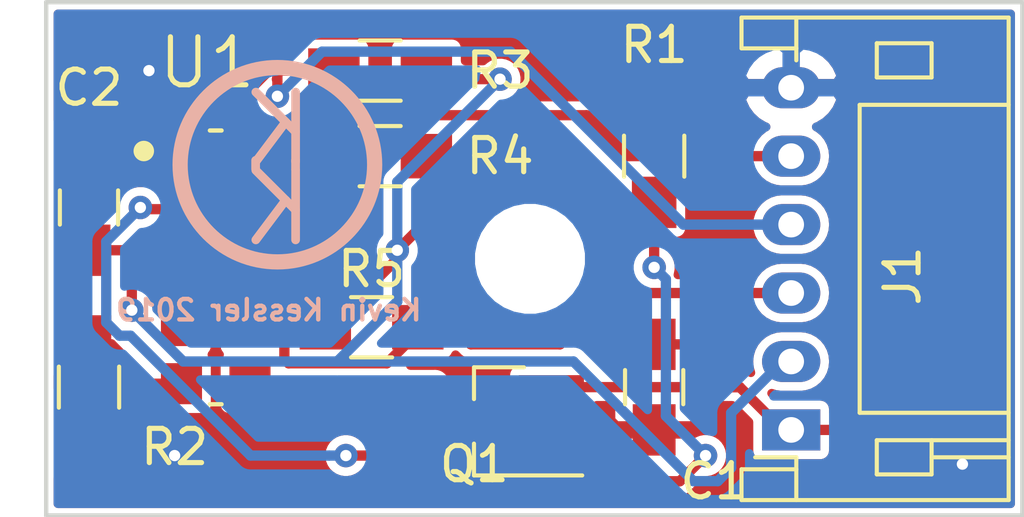
<source format=kicad_pcb>
(kicad_pcb (version 20171130) (host pcbnew 5.1.2-f72e74a~84~ubuntu18.04.1)

  (general
    (thickness 1.6)
    (drawings 5)
    (tracks 109)
    (zones 0)
    (modules 12)
    (nets 10)
  )

  (page A4)
  (title_block
    (date 2019-06-07)
  )

  (layers
    (0 F.Cu signal)
    (31 B.Cu signal)
    (32 B.Adhes user hide)
    (33 F.Adhes user hide)
    (34 B.Paste user)
    (35 F.Paste user)
    (36 B.SilkS user)
    (37 F.SilkS user)
    (38 B.Mask user)
    (39 F.Mask user)
    (40 Dwgs.User user hide)
    (41 Cmts.User user hide)
    (42 Eco1.User user hide)
    (43 Eco2.User user hide)
    (44 Edge.Cuts user)
    (45 Margin user hide)
    (46 B.CrtYd user)
    (47 F.CrtYd user)
    (48 B.Fab user hide)
    (49 F.Fab user hide)
  )

  (setup
    (last_trace_width 0.3)
    (user_trace_width 0.1524)
    (user_trace_width 0.2)
    (user_trace_width 0.25)
    (user_trace_width 0.3)
    (user_trace_width 0.4)
    (user_trace_width 0.5)
    (user_trace_width 0.6)
    (user_trace_width 0.8)
    (user_trace_width 1)
    (user_trace_width 1.2)
    (user_trace_width 1.5)
    (user_trace_width 2)
    (trace_clearance 0.254)
    (zone_clearance 0.1524)
    (zone_45_only no)
    (trace_min 0.1524)
    (via_size 0.6858)
    (via_drill 0.3302)
    (via_min_size 0.6858)
    (via_min_drill 0.3302)
    (uvia_size 0.508)
    (uvia_drill 0.127)
    (uvias_allowed no)
    (uvia_min_size 0.508)
    (uvia_min_drill 0.127)
    (edge_width 0.127)
    (segment_width 0.127)
    (pcb_text_width 0.127)
    (pcb_text_size 0.6 0.6)
    (mod_edge_width 0.127)
    (mod_text_size 0.6 0.6)
    (mod_text_width 0.127)
    (pad_size 2.7 2.7)
    (pad_drill 2.7)
    (pad_to_mask_clearance 0.05)
    (pad_to_paste_clearance -0.04)
    (aux_axis_origin 0 0)
    (visible_elements FFFFFF7F)
    (pcbplotparams
      (layerselection 0x3ffff_80000001)
      (usegerberextensions true)
      (usegerberattributes true)
      (usegerberadvancedattributes false)
      (creategerberjobfile false)
      (excludeedgelayer true)
      (linewidth 0.127000)
      (plotframeref false)
      (viasonmask false)
      (mode 1)
      (useauxorigin false)
      (hpglpennumber 1)
      (hpglpenspeed 20)
      (hpglpendiameter 15.000000)
      (psnegative false)
      (psa4output false)
      (plotreference true)
      (plotvalue true)
      (plotinvisibletext false)
      (padsonsilk false)
      (subtractmaskfromsilk false)
      (outputformat 1)
      (mirror false)
      (drillshape 0)
      (scaleselection 1)
      (outputdirectory "CAM/"))
  )

  (net 0 "")
  (net 1 +5V)
  (net 2 GND)
  (net 3 +3V3)
  (net 4 /SDA)
  (net 5 /SCL)
  (net 6 /INT)
  (net 7 "Net-(Q1-Pad3)")
  (net 8 "Net-(Q1-Pad1)")
  (net 9 "Net-(R2-Pad1)")

  (net_class Default "Dit is de standaard class."
    (clearance 0.254)
    (trace_width 0.254)
    (via_dia 0.6858)
    (via_drill 0.3302)
    (uvia_dia 0.508)
    (uvia_drill 0.127)
    (add_net +3V3)
    (add_net +5V)
    (add_net /INT)
    (add_net /SCL)
    (add_net /SDA)
    (add_net GND)
    (add_net "Net-(Q1-Pad1)")
    (add_net "Net-(Q1-Pad3)")
    (add_net "Net-(R2-Pad1)")
  )

  (net_class 0.2mm ""
    (clearance 0.2)
    (trace_width 0.2)
    (via_dia 0.6858)
    (via_drill 0.3302)
    (uvia_dia 0.508)
    (uvia_drill 0.127)
  )

  (net_class Minimal ""
    (clearance 0.1524)
    (trace_width 0.1524)
    (via_dia 0.6858)
    (via_drill 0.3302)
    (uvia_dia 0.508)
    (uvia_drill 0.127)
  )

  (module KevinLib:LogoBack (layer F.Cu) (tedit 5955D856) (tstamp 5CFD6453)
    (at 73.5 129.5)
    (fp_text reference REF** (at 0 5.207) (layer F.SilkS) hide
      (effects (font (size 1 1) (thickness 0.15)))
    )
    (fp_text value LogoBack (at 0 -4.318) (layer F.Fab) hide
      (effects (font (size 1 1) (thickness 0.15)))
    )
    (fp_text user K (at 0 1.27) (layer B.SilkS)
      (effects (font (size 2.032 2.032) (thickness 0.254)) (justify mirror))
    )
    (fp_text user K (at 0 -1.016) (layer B.SilkS)
      (effects (font (size 2.032 2.032) (thickness 0.254)) (justify mirror))
    )
    (fp_circle (center 0 0) (end 2.54 -1.27) (layer B.SilkS) (width 0.4445))
    (fp_line (start 0.531 -0.127) (end 0.531 0.127) (layer B.SilkS) (width 0.254))
    (fp_line (start -0.635 -0.127) (end -0.635 0.127) (layer B.SilkS) (width 0.254))
  )

  (module Capacitors_SMD:C_0805_HandSoldering (layer F.Cu) (tedit 58AA84A8) (tstamp 5CF8C576)
    (at 84.5 136 270)
    (descr "Capacitor SMD 0805, hand soldering")
    (tags "capacitor 0805")
    (path /5CF8C54D)
    (attr smd)
    (fp_text reference C1 (at 2.75 -1.75 180) (layer F.SilkS)
      (effects (font (size 1 1) (thickness 0.15)))
    )
    (fp_text value 2.2u (at 0 1.75 90) (layer F.Fab)
      (effects (font (size 1 1) (thickness 0.15)))
    )
    (fp_text user %R (at 0 -1.75 90) (layer F.Fab)
      (effects (font (size 1 1) (thickness 0.15)))
    )
    (fp_line (start -1 0.62) (end -1 -0.62) (layer F.Fab) (width 0.1))
    (fp_line (start 1 0.62) (end -1 0.62) (layer F.Fab) (width 0.1))
    (fp_line (start 1 -0.62) (end 1 0.62) (layer F.Fab) (width 0.1))
    (fp_line (start -1 -0.62) (end 1 -0.62) (layer F.Fab) (width 0.1))
    (fp_line (start 0.5 -0.85) (end -0.5 -0.85) (layer F.SilkS) (width 0.12))
    (fp_line (start -0.5 0.85) (end 0.5 0.85) (layer F.SilkS) (width 0.12))
    (fp_line (start -2.25 -0.88) (end 2.25 -0.88) (layer F.CrtYd) (width 0.05))
    (fp_line (start -2.25 -0.88) (end -2.25 0.87) (layer F.CrtYd) (width 0.05))
    (fp_line (start 2.25 0.87) (end 2.25 -0.88) (layer F.CrtYd) (width 0.05))
    (fp_line (start 2.25 0.87) (end -2.25 0.87) (layer F.CrtYd) (width 0.05))
    (pad 1 smd rect (at -1.25 0 270) (size 1.5 1.25) (layers F.Cu F.Paste F.Mask)
      (net 1 +5V))
    (pad 2 smd rect (at 1.25 0 270) (size 1.5 1.25) (layers F.Cu F.Paste F.Mask)
      (net 2 GND))
    (model Capacitors_SMD.3dshapes/C_0805.wrl
      (at (xyz 0 0 0))
      (scale (xyz 1 1 1))
      (rotate (xyz 0 0 0))
    )
  )

  (module Capacitors_SMD:C_0805_HandSoldering (layer F.Cu) (tedit 58AA84A8) (tstamp 5CF8C587)
    (at 68 130.75 90)
    (descr "Capacitor SMD 0805, hand soldering")
    (tags "capacitor 0805")
    (path /5CF8C3B6)
    (attr smd)
    (fp_text reference C2 (at 3.5 0 180) (layer F.SilkS)
      (effects (font (size 1 1) (thickness 0.15)))
    )
    (fp_text value 100n (at 0 1.75 90) (layer F.Fab)
      (effects (font (size 1 1) (thickness 0.15)))
    )
    (fp_line (start 2.25 0.87) (end -2.25 0.87) (layer F.CrtYd) (width 0.05))
    (fp_line (start 2.25 0.87) (end 2.25 -0.88) (layer F.CrtYd) (width 0.05))
    (fp_line (start -2.25 -0.88) (end -2.25 0.87) (layer F.CrtYd) (width 0.05))
    (fp_line (start -2.25 -0.88) (end 2.25 -0.88) (layer F.CrtYd) (width 0.05))
    (fp_line (start -0.5 0.85) (end 0.5 0.85) (layer F.SilkS) (width 0.12))
    (fp_line (start 0.5 -0.85) (end -0.5 -0.85) (layer F.SilkS) (width 0.12))
    (fp_line (start -1 -0.62) (end 1 -0.62) (layer F.Fab) (width 0.1))
    (fp_line (start 1 -0.62) (end 1 0.62) (layer F.Fab) (width 0.1))
    (fp_line (start 1 0.62) (end -1 0.62) (layer F.Fab) (width 0.1))
    (fp_line (start -1 0.62) (end -1 -0.62) (layer F.Fab) (width 0.1))
    (fp_text user %R (at 0 -1.75 90) (layer F.Fab)
      (effects (font (size 1 1) (thickness 0.15)))
    )
    (pad 2 smd rect (at 1.25 0 90) (size 1.5 1.25) (layers F.Cu F.Paste F.Mask)
      (net 2 GND))
    (pad 1 smd rect (at -1.25 0 90) (size 1.5 1.25) (layers F.Cu F.Paste F.Mask)
      (net 3 +3V3))
    (model Capacitors_SMD.3dshapes/C_0805.wrl
      (at (xyz 0 0 0))
      (scale (xyz 1 1 1))
      (rotate (xyz 0 0 0))
    )
  )

  (module TO_SOT_Packages_SMD:SOT-23_Handsoldering (layer F.Cu) (tedit 58CE4E7E) (tstamp 5CF8C5DA)
    (at 80 137 180)
    (descr "SOT-23, Handsoldering")
    (tags SOT-23)
    (path /5CF8871A)
    (attr smd)
    (fp_text reference Q1 (at 0.75 -1.25) (layer F.SilkS)
      (effects (font (size 1 1) (thickness 0.15)))
    )
    (fp_text value IRLML2244 (at 0 2.5) (layer F.Fab)
      (effects (font (size 1 1) (thickness 0.15)))
    )
    (fp_line (start 0.76 1.58) (end -0.7 1.58) (layer F.SilkS) (width 0.12))
    (fp_line (start -0.7 1.52) (end 0.7 1.52) (layer F.Fab) (width 0.1))
    (fp_line (start 0.7 -1.52) (end 0.7 1.52) (layer F.Fab) (width 0.1))
    (fp_line (start -0.7 -0.95) (end -0.15 -1.52) (layer F.Fab) (width 0.1))
    (fp_line (start -0.15 -1.52) (end 0.7 -1.52) (layer F.Fab) (width 0.1))
    (fp_line (start -0.7 -0.95) (end -0.7 1.5) (layer F.Fab) (width 0.1))
    (fp_line (start 0.76 -1.58) (end -2.4 -1.58) (layer F.SilkS) (width 0.12))
    (fp_line (start -2.7 1.75) (end -2.7 -1.75) (layer F.CrtYd) (width 0.05))
    (fp_line (start 2.7 1.75) (end -2.7 1.75) (layer F.CrtYd) (width 0.05))
    (fp_line (start 2.7 -1.75) (end 2.7 1.75) (layer F.CrtYd) (width 0.05))
    (fp_line (start -2.7 -1.75) (end 2.7 -1.75) (layer F.CrtYd) (width 0.05))
    (fp_line (start 0.76 -1.58) (end 0.76 -0.65) (layer F.SilkS) (width 0.12))
    (fp_line (start 0.76 1.58) (end 0.76 0.65) (layer F.SilkS) (width 0.12))
    (fp_text user %R (at 0 0 90) (layer F.Fab)
      (effects (font (size 0.5 0.5) (thickness 0.075)))
    )
    (pad 3 smd rect (at 1.5 0 180) (size 1.9 0.8) (layers F.Cu F.Paste F.Mask)
      (net 7 "Net-(Q1-Pad3)"))
    (pad 2 smd rect (at -1.5 0.95 180) (size 1.9 0.8) (layers F.Cu F.Paste F.Mask)
      (net 1 +5V))
    (pad 1 smd rect (at -1.5 -0.95 180) (size 1.9 0.8) (layers F.Cu F.Paste F.Mask)
      (net 8 "Net-(Q1-Pad1)"))
    (model ${KISYS3DMOD}/TO_SOT_Packages_SMD.3dshapes\SOT-23.wrl
      (at (xyz 0 0 0))
      (scale (xyz 1 1 1))
      (rotate (xyz 0 0 0))
    )
  )

  (module Resistors_SMD:R_0805_HandSoldering (layer F.Cu) (tedit 58E0A804) (tstamp 5CF8C5EB)
    (at 84.5 129.25 270)
    (descr "Resistor SMD 0805, hand soldering")
    (tags "resistor 0805")
    (path /5CF88F46)
    (attr smd)
    (fp_text reference R1 (at -3.25 0 180) (layer F.SilkS)
      (effects (font (size 1 1) (thickness 0.15)))
    )
    (fp_text value 1K (at 0 1.75 90) (layer F.Fab)
      (effects (font (size 1 1) (thickness 0.15)))
    )
    (fp_line (start 2.35 0.9) (end -2.35 0.9) (layer F.CrtYd) (width 0.05))
    (fp_line (start 2.35 0.9) (end 2.35 -0.9) (layer F.CrtYd) (width 0.05))
    (fp_line (start -2.35 -0.9) (end -2.35 0.9) (layer F.CrtYd) (width 0.05))
    (fp_line (start -2.35 -0.9) (end 2.35 -0.9) (layer F.CrtYd) (width 0.05))
    (fp_line (start -0.6 -0.88) (end 0.6 -0.88) (layer F.SilkS) (width 0.12))
    (fp_line (start 0.6 0.88) (end -0.6 0.88) (layer F.SilkS) (width 0.12))
    (fp_line (start -1 -0.62) (end 1 -0.62) (layer F.Fab) (width 0.1))
    (fp_line (start 1 -0.62) (end 1 0.62) (layer F.Fab) (width 0.1))
    (fp_line (start 1 0.62) (end -1 0.62) (layer F.Fab) (width 0.1))
    (fp_line (start -1 0.62) (end -1 -0.62) (layer F.Fab) (width 0.1))
    (fp_text user %R (at 0 0 90) (layer F.Fab)
      (effects (font (size 0.5 0.5) (thickness 0.075)))
    )
    (pad 2 smd rect (at 1.35 0 270) (size 1.5 1.3) (layers F.Cu F.Paste F.Mask)
      (net 8 "Net-(Q1-Pad1)"))
    (pad 1 smd rect (at -1.35 0 270) (size 1.5 1.3) (layers F.Cu F.Paste F.Mask)
      (net 1 +5V))
    (model ${KISYS3DMOD}/Resistors_SMD.3dshapes/R_0805.wrl
      (at (xyz 0 0 0))
      (scale (xyz 1 1 1))
      (rotate (xyz 0 0 0))
    )
  )

  (module Resistors_SMD:R_0805_HandSoldering (layer F.Cu) (tedit 58E0A804) (tstamp 5CF8C5FC)
    (at 68 136 270)
    (descr "Resistor SMD 0805, hand soldering")
    (tags "resistor 0805")
    (path /5CF8B0F4)
    (attr smd)
    (fp_text reference R2 (at 1.75 -2.5) (layer F.SilkS)
      (effects (font (size 1 1) (thickness 0.15)))
    )
    (fp_text value 2.7 (at 0 1.75 90) (layer F.Fab)
      (effects (font (size 1 1) (thickness 0.15)))
    )
    (fp_line (start 2.35 0.9) (end -2.35 0.9) (layer F.CrtYd) (width 0.05))
    (fp_line (start 2.35 0.9) (end 2.35 -0.9) (layer F.CrtYd) (width 0.05))
    (fp_line (start -2.35 -0.9) (end -2.35 0.9) (layer F.CrtYd) (width 0.05))
    (fp_line (start -2.35 -0.9) (end 2.35 -0.9) (layer F.CrtYd) (width 0.05))
    (fp_line (start -0.6 -0.88) (end 0.6 -0.88) (layer F.SilkS) (width 0.12))
    (fp_line (start 0.6 0.88) (end -0.6 0.88) (layer F.SilkS) (width 0.12))
    (fp_line (start -1 -0.62) (end 1 -0.62) (layer F.Fab) (width 0.1))
    (fp_line (start 1 -0.62) (end 1 0.62) (layer F.Fab) (width 0.1))
    (fp_line (start 1 0.62) (end -1 0.62) (layer F.Fab) (width 0.1))
    (fp_line (start -1 0.62) (end -1 -0.62) (layer F.Fab) (width 0.1))
    (fp_text user %R (at 0 0 90) (layer F.Fab)
      (effects (font (size 0.5 0.5) (thickness 0.075)))
    )
    (pad 2 smd rect (at 1.35 0 270) (size 1.5 1.3) (layers F.Cu F.Paste F.Mask)
      (net 2 GND))
    (pad 1 smd rect (at -1.35 0 270) (size 1.5 1.3) (layers F.Cu F.Paste F.Mask)
      (net 9 "Net-(R2-Pad1)"))
    (model ${KISYS3DMOD}/Resistors_SMD.3dshapes/R_0805.wrl
      (at (xyz 0 0 0))
      (scale (xyz 1 1 1))
      (rotate (xyz 0 0 0))
    )
  )

  (module Resistors_SMD:R_0805_HandSoldering (layer F.Cu) (tedit 58E0A804) (tstamp 5CFAB2C3)
    (at 76.5 126.75 180)
    (descr "Resistor SMD 0805, hand soldering")
    (tags "resistor 0805")
    (path /5CF89AF8)
    (attr smd)
    (fp_text reference R3 (at -3.5 0) (layer F.SilkS)
      (effects (font (size 1 1) (thickness 0.15)))
    )
    (fp_text value 2.2K (at 0 1.75) (layer F.Fab)
      (effects (font (size 1 1) (thickness 0.15)))
    )
    (fp_text user %R (at 0 0) (layer F.Fab)
      (effects (font (size 0.5 0.5) (thickness 0.075)))
    )
    (fp_line (start -1 0.62) (end -1 -0.62) (layer F.Fab) (width 0.1))
    (fp_line (start 1 0.62) (end -1 0.62) (layer F.Fab) (width 0.1))
    (fp_line (start 1 -0.62) (end 1 0.62) (layer F.Fab) (width 0.1))
    (fp_line (start -1 -0.62) (end 1 -0.62) (layer F.Fab) (width 0.1))
    (fp_line (start 0.6 0.88) (end -0.6 0.88) (layer F.SilkS) (width 0.12))
    (fp_line (start -0.6 -0.88) (end 0.6 -0.88) (layer F.SilkS) (width 0.12))
    (fp_line (start -2.35 -0.9) (end 2.35 -0.9) (layer F.CrtYd) (width 0.05))
    (fp_line (start -2.35 -0.9) (end -2.35 0.9) (layer F.CrtYd) (width 0.05))
    (fp_line (start 2.35 0.9) (end 2.35 -0.9) (layer F.CrtYd) (width 0.05))
    (fp_line (start 2.35 0.9) (end -2.35 0.9) (layer F.CrtYd) (width 0.05))
    (pad 1 smd rect (at -1.35 0 180) (size 1.5 1.3) (layers F.Cu F.Paste F.Mask)
      (net 3 +3V3))
    (pad 2 smd rect (at 1.35 0 180) (size 1.5 1.3) (layers F.Cu F.Paste F.Mask)
      (net 5 /SCL))
    (model ${KISYS3DMOD}/Resistors_SMD.3dshapes/R_0805.wrl
      (at (xyz 0 0 0))
      (scale (xyz 1 1 1))
      (rotate (xyz 0 0 0))
    )
  )

  (module Resistors_SMD:R_0805_HandSoldering (layer F.Cu) (tedit 58E0A804) (tstamp 5CF8C61E)
    (at 76.5 129.25 180)
    (descr "Resistor SMD 0805, hand soldering")
    (tags "resistor 0805")
    (path /5CF89A9A)
    (attr smd)
    (fp_text reference R4 (at -3.5 0) (layer F.SilkS)
      (effects (font (size 1 1) (thickness 0.15)))
    )
    (fp_text value 2.2K (at 0 1.75) (layer F.Fab)
      (effects (font (size 1 1) (thickness 0.15)))
    )
    (fp_line (start 2.35 0.9) (end -2.35 0.9) (layer F.CrtYd) (width 0.05))
    (fp_line (start 2.35 0.9) (end 2.35 -0.9) (layer F.CrtYd) (width 0.05))
    (fp_line (start -2.35 -0.9) (end -2.35 0.9) (layer F.CrtYd) (width 0.05))
    (fp_line (start -2.35 -0.9) (end 2.35 -0.9) (layer F.CrtYd) (width 0.05))
    (fp_line (start -0.6 -0.88) (end 0.6 -0.88) (layer F.SilkS) (width 0.12))
    (fp_line (start 0.6 0.88) (end -0.6 0.88) (layer F.SilkS) (width 0.12))
    (fp_line (start -1 -0.62) (end 1 -0.62) (layer F.Fab) (width 0.1))
    (fp_line (start 1 -0.62) (end 1 0.62) (layer F.Fab) (width 0.1))
    (fp_line (start 1 0.62) (end -1 0.62) (layer F.Fab) (width 0.1))
    (fp_line (start -1 0.62) (end -1 -0.62) (layer F.Fab) (width 0.1))
    (fp_text user %R (at 0 0) (layer F.Fab)
      (effects (font (size 0.5 0.5) (thickness 0.075)))
    )
    (pad 2 smd rect (at 1.35 0 180) (size 1.5 1.3) (layers F.Cu F.Paste F.Mask)
      (net 4 /SDA))
    (pad 1 smd rect (at -1.35 0 180) (size 1.5 1.3) (layers F.Cu F.Paste F.Mask)
      (net 3 +3V3))
    (model ${KISYS3DMOD}/Resistors_SMD.3dshapes/R_0805.wrl
      (at (xyz 0 0 0))
      (scale (xyz 1 1 1))
      (rotate (xyz 0 0 0))
    )
  )

  (module Resistors_SMD:R_0805_HandSoldering (layer F.Cu) (tedit 58E0A804) (tstamp 5CF8C62F)
    (at 76.25 134.25)
    (descr "Resistor SMD 0805, hand soldering")
    (tags "resistor 0805")
    (path /5CF89A1E)
    (attr smd)
    (fp_text reference R5 (at 0 -1.7) (layer F.SilkS)
      (effects (font (size 1 1) (thickness 0.15)))
    )
    (fp_text value 8.2K (at 0 1.75) (layer F.Fab)
      (effects (font (size 1 1) (thickness 0.15)))
    )
    (fp_text user %R (at 0 0) (layer F.Fab)
      (effects (font (size 0.5 0.5) (thickness 0.075)))
    )
    (fp_line (start -1 0.62) (end -1 -0.62) (layer F.Fab) (width 0.1))
    (fp_line (start 1 0.62) (end -1 0.62) (layer F.Fab) (width 0.1))
    (fp_line (start 1 -0.62) (end 1 0.62) (layer F.Fab) (width 0.1))
    (fp_line (start -1 -0.62) (end 1 -0.62) (layer F.Fab) (width 0.1))
    (fp_line (start 0.6 0.88) (end -0.6 0.88) (layer F.SilkS) (width 0.12))
    (fp_line (start -0.6 -0.88) (end 0.6 -0.88) (layer F.SilkS) (width 0.12))
    (fp_line (start -2.35 -0.9) (end 2.35 -0.9) (layer F.CrtYd) (width 0.05))
    (fp_line (start -2.35 -0.9) (end -2.35 0.9) (layer F.CrtYd) (width 0.05))
    (fp_line (start 2.35 0.9) (end 2.35 -0.9) (layer F.CrtYd) (width 0.05))
    (fp_line (start 2.35 0.9) (end -2.35 0.9) (layer F.CrtYd) (width 0.05))
    (pad 1 smd rect (at -1.35 0) (size 1.5 1.3) (layers F.Cu F.Paste F.Mask)
      (net 3 +3V3))
    (pad 2 smd rect (at 1.35 0) (size 1.5 1.3) (layers F.Cu F.Paste F.Mask)
      (net 6 /INT))
    (model ${KISYS3DMOD}/Resistors_SMD.3dshapes/R_0805.wrl
      (at (xyz 0 0 0))
      (scale (xyz 1 1 1))
      (rotate (xyz 0 0 0))
    )
  )

  (module KevinLib:SENSOR_VCNL4200 (layer F.Cu) (tedit 0) (tstamp 5CF8C649)
    (at 71.7 132.5)
    (path /5CF88627)
    (attr smd)
    (fp_text reference U1 (at -0.25435 -5.97738) (layer F.SilkS)
      (effects (font (size 1.40197 1.40197) (thickness 0.15)))
    )
    (fp_text value VCNL4200 (at 0.8 1.5 90) (layer F.SilkS) hide
      (effects (font (size 1.40218 1.40218) (thickness 0.05)))
    )
    (fp_line (start -1.5 -4) (end 1.5 -4) (layer Eco2.User) (width 0.127))
    (fp_line (start 1.5 -4) (end 1.5 4) (layer Eco2.User) (width 0.127))
    (fp_line (start 1.5 4) (end -1.5 4) (layer Eco2.User) (width 0.127))
    (fp_line (start -1.5 4) (end -1.5 -4) (layer Eco2.User) (width 0.127))
    (fp_line (start -0.17 -4) (end 0.17 -4) (layer F.SilkS) (width 0.127))
    (fp_line (start -0.17 4) (end 0.17 4) (layer F.SilkS) (width 0.127))
    (fp_circle (center -2.1 -3.4) (end -1.95 -3.4) (layer F.SilkS) (width 0.3))
    (fp_circle (center -2.1 -3.4) (end -1.95 -3.4) (layer Eco2.User) (width 0.3))
    (fp_line (start -1.85 -4.25) (end 1.85 -4.25) (layer Eco1.User) (width 0.05))
    (fp_line (start 1.85 -4.25) (end 1.85 4.25) (layer Eco1.User) (width 0.05))
    (fp_line (start 1.85 4.25) (end -1.85 4.25) (layer Eco1.User) (width 0.05))
    (fp_line (start -1.85 4.25) (end -1.85 -4.25) (layer Eco1.User) (width 0.05))
    (pad 3 smd rect (at -1 0) (size 1.2 1.2) (layers F.Cu F.Paste F.Mask)
      (net 3 +3V3))
    (pad 8 smd rect (at 1 0) (size 1.2 1.2) (layers F.Cu F.Paste F.Mask)
      (net 6 /INT))
    (pad 2 smd rect (at -1 -1.7) (size 1.2 1.2) (layers F.Cu F.Paste F.Mask)
      (net 8 "Net-(Q1-Pad1)"))
    (pad 1 smd rect (at -1 -3.4) (size 1.2 1.2) (layers F.Cu F.Paste F.Mask)
      (net 2 GND))
    (pad 9 smd rect (at 1 -1.7) (size 1.2 1.2) (layers F.Cu F.Paste F.Mask)
      (net 4 /SDA))
    (pad 10 smd rect (at 1 -3.4) (size 1.2 1.2) (layers F.Cu F.Paste F.Mask)
      (net 5 /SCL))
    (pad 7 smd rect (at 1 1.7) (size 1.2 1.2) (layers F.Cu F.Paste F.Mask))
    (pad 6 smd rect (at 1 3.4) (size 1.2 1.2) (layers F.Cu F.Paste F.Mask)
      (net 7 "Net-(Q1-Pad3)"))
    (pad 4 smd rect (at -1 1.7) (size 1.2 1.2) (layers F.Cu F.Paste F.Mask))
    (pad 5 smd rect (at -1 3.4) (size 1.2 1.2) (layers F.Cu F.Paste F.Mask)
      (net 9 "Net-(R2-Pad1)"))
  )

  (module Connectors_JST:JST_PH_S6B-PH-K_06x2.00mm_Angled (layer F.Cu) (tedit 58D3FE32) (tstamp 5CFAABD7)
    (at 88.5 137.25 90)
    (descr "JST PH series connector, S6B-PH-K, side entry type, through hole, Datasheet: http://www.jst-mfg.com/product/pdf/eng/ePH.pdf")
    (tags "connector jst ph")
    (path /5CF88AAC)
    (fp_text reference J1 (at 4.5 3.25 90) (layer F.SilkS)
      (effects (font (size 1 1) (thickness 0.15)))
    )
    (fp_text value Conn_01x06 (at 5 7.25 90) (layer F.Fab)
      (effects (font (size 1 1) (thickness 0.15)))
    )
    (fp_text user %R (at 5 2.5 90) (layer F.Fab)
      (effects (font (size 1 1) (thickness 0.15)))
    )
    (fp_line (start 0.5 1.35) (end 0 0.85) (layer F.Fab) (width 0.1))
    (fp_line (start -0.5 1.35) (end 0.5 1.35) (layer F.Fab) (width 0.1))
    (fp_line (start 0 0.85) (end -0.5 1.35) (layer F.Fab) (width 0.1))
    (fp_line (start -0.8 0.15) (end -0.8 -1.05) (layer F.SilkS) (width 0.12))
    (fp_line (start 11.25 0.25) (end -1.25 0.25) (layer F.Fab) (width 0.1))
    (fp_line (start 11.25 -1.35) (end 11.25 0.25) (layer F.Fab) (width 0.1))
    (fp_line (start 11.95 -1.35) (end 11.25 -1.35) (layer F.Fab) (width 0.1))
    (fp_line (start 11.95 6.25) (end 11.95 -1.35) (layer F.Fab) (width 0.1))
    (fp_line (start -1.95 6.25) (end 11.95 6.25) (layer F.Fab) (width 0.1))
    (fp_line (start -1.95 -1.35) (end -1.95 6.25) (layer F.Fab) (width 0.1))
    (fp_line (start -1.25 -1.35) (end -1.95 -1.35) (layer F.Fab) (width 0.1))
    (fp_line (start -1.25 0.25) (end -1.25 -1.35) (layer F.Fab) (width 0.1))
    (fp_line (start 12.45 -1.85) (end -2.45 -1.85) (layer F.CrtYd) (width 0.05))
    (fp_line (start 12.45 6.75) (end 12.45 -1.85) (layer F.CrtYd) (width 0.05))
    (fp_line (start -2.45 6.75) (end 12.45 6.75) (layer F.CrtYd) (width 0.05))
    (fp_line (start -2.45 -1.85) (end -2.45 6.75) (layer F.CrtYd) (width 0.05))
    (fp_line (start -0.8 4.1) (end -0.8 6.35) (layer F.SilkS) (width 0.12))
    (fp_line (start -0.3 4.1) (end -0.3 6.35) (layer F.SilkS) (width 0.12))
    (fp_line (start 10.3 2.5) (end 11.3 2.5) (layer F.SilkS) (width 0.12))
    (fp_line (start 10.3 4.1) (end 10.3 2.5) (layer F.SilkS) (width 0.12))
    (fp_line (start 11.3 4.1) (end 10.3 4.1) (layer F.SilkS) (width 0.12))
    (fp_line (start 11.3 2.5) (end 11.3 4.1) (layer F.SilkS) (width 0.12))
    (fp_line (start -0.3 2.5) (end -1.3 2.5) (layer F.SilkS) (width 0.12))
    (fp_line (start -0.3 4.1) (end -0.3 2.5) (layer F.SilkS) (width 0.12))
    (fp_line (start -1.3 4.1) (end -0.3 4.1) (layer F.SilkS) (width 0.12))
    (fp_line (start -1.3 2.5) (end -1.3 4.1) (layer F.SilkS) (width 0.12))
    (fp_line (start 12.05 0.15) (end 11.15 0.15) (layer F.SilkS) (width 0.12))
    (fp_line (start -2.05 0.15) (end -1.15 0.15) (layer F.SilkS) (width 0.12))
    (fp_line (start 11.15 0.15) (end 10.8 0.15) (layer F.SilkS) (width 0.12))
    (fp_line (start 11.15 -1.45) (end 11.15 0.15) (layer F.SilkS) (width 0.12))
    (fp_line (start 12.05 -1.45) (end 11.15 -1.45) (layer F.SilkS) (width 0.12))
    (fp_line (start 12.05 6.35) (end 12.05 -1.45) (layer F.SilkS) (width 0.12))
    (fp_line (start -2.05 6.35) (end 12.05 6.35) (layer F.SilkS) (width 0.12))
    (fp_line (start -2.05 -1.45) (end -2.05 6.35) (layer F.SilkS) (width 0.12))
    (fp_line (start -1.15 -1.45) (end -2.05 -1.45) (layer F.SilkS) (width 0.12))
    (fp_line (start -1.15 0.15) (end -1.15 -1.45) (layer F.SilkS) (width 0.12))
    (fp_line (start -0.8 0.15) (end -1.15 0.15) (layer F.SilkS) (width 0.12))
    (fp_line (start 9.5 2) (end 9.5 6.35) (layer F.SilkS) (width 0.12))
    (fp_line (start 0.5 2) (end 9.5 2) (layer F.SilkS) (width 0.12))
    (fp_line (start 0.5 6.35) (end 0.5 2) (layer F.SilkS) (width 0.12))
    (pad 6 thru_hole oval (at 10 0 90) (size 1.2 1.7) (drill 0.75) (layers *.Cu *.Mask)
      (net 2 GND))
    (pad 5 thru_hole oval (at 8 0 90) (size 1.2 1.7) (drill 0.75) (layers *.Cu *.Mask)
      (net 4 /SDA))
    (pad 4 thru_hole oval (at 6 0 90) (size 1.2 1.7) (drill 0.75) (layers *.Cu *.Mask)
      (net 5 /SCL))
    (pad 3 thru_hole oval (at 4 0 90) (size 1.2 1.7) (drill 0.75) (layers *.Cu *.Mask)
      (net 6 /INT))
    (pad 2 thru_hole oval (at 2 0 90) (size 1.2 1.7) (drill 0.75) (layers *.Cu *.Mask)
      (net 3 +3V3))
    (pad 1 thru_hole rect (at 0 0 90) (size 1.2 1.7) (drill 0.75) (layers *.Cu *.Mask)
      (net 1 +5V))
    (model ${KISYS3DMOD}/Connectors_JST.3dshapes/JST_PH_S6B-PH-K_06x2.00mm_Angled.wrl
      (at (xyz 0 0 0))
      (scale (xyz 1 1 1))
      (rotate (xyz 0 0 0))
    )
  )

  (module Mounting_Holes:MountingHole_2.7mm_M2.5_ISO7380 (layer F.Cu) (tedit 56D1B4CB) (tstamp 5CFAC11E)
    (at 80.875 132.25)
    (descr "Mounting Hole 2.7mm, no annular, M2.5, ISO7380")
    (tags "mounting hole 2.7mm no annular m2.5 iso7380")
    (path /5CFB4E33)
    (attr virtual)
    (fp_text reference MP1 (at 0 -3.25) (layer F.SilkS) hide
      (effects (font (size 1 1) (thickness 0.15)))
    )
    (fp_text value MOUNTHOLE (at 0 3.25) (layer F.Fab)
      (effects (font (size 1 1) (thickness 0.15)))
    )
    (fp_circle (center 0 0) (end 2.5 0) (layer F.CrtYd) (width 0.05))
    (fp_circle (center 0 0) (end 2.25 0) (layer Cmts.User) (width 0.15))
    (fp_text user %R (at 0.3 0) (layer F.Fab)
      (effects (font (size 1 1) (thickness 0.15)))
    )
    (pad 1 np_thru_hole circle (at 0 0) (size 2.7 2.7) (drill 2.7) (layers *.Cu *.Mask))
  )

  (gr_text "Kevin Kessler 2019" (at 73.25 133.75) (layer B.SilkS)
    (effects (font (size 0.6 0.6) (thickness 0.127)) (justify mirror))
  )
  (gr_line (start 66.75 139.75) (end 95.25 139.75) (layer Edge.Cuts) (width 0.127) (tstamp 5CFAB87A))
  (gr_line (start 66.75 124.75) (end 66.75 139.75) (layer Edge.Cuts) (width 0.127))
  (gr_line (start 95.25 124.75) (end 66.75 124.75) (layer Edge.Cuts) (width 0.127))
  (gr_line (start 95.25 139.75) (end 95.25 124.75) (layer Edge.Cuts) (width 0.127))

  (segment (start 85.45 127.9) (end 87.6 125.75) (width 0.3) (layer F.Cu) (net 1))
  (segment (start 84.5 127.9) (end 85.45 127.9) (width 0.3) (layer F.Cu) (net 1))
  (segment (start 87.6 125.75) (end 90 125.75) (width 0.3) (layer F.Cu) (net 1))
  (segment (start 90 125.75) (end 91.25 127) (width 0.3) (layer F.Cu) (net 1))
  (segment (start 91.25 127) (end 91.25 136.5) (width 0.3) (layer F.Cu) (net 1))
  (segment (start 91.25 136.5) (end 90.5 137.25) (width 0.3) (layer F.Cu) (net 1))
  (segment (start 90.5 137.25) (end 88.5 137.25) (width 0.3) (layer F.Cu) (net 1))
  (segment (start 88.5 137.25) (end 88.25 137.25) (width 0.3) (layer F.Cu) (net 1))
  (segment (start 87 136) (end 81.5 136) (width 0.3) (layer F.Cu) (net 1))
  (segment (start 88.25 137.25) (end 87 136) (width 0.3) (layer F.Cu) (net 1))
  (segment (start 85.425 134.75) (end 86.675 136) (width 0.3) (layer F.Cu) (net 1))
  (segment (start 86.675 136) (end 87 136) (width 0.3) (layer F.Cu) (net 1))
  (segment (start 84.5 134.75) (end 85.425 134.75) (width 0.3) (layer F.Cu) (net 1))
  (via (at 93.5 138.25) (size 0.6858) (drill 0.3302) (layers F.Cu B.Cu) (net 2))
  (via (at 70.5 138) (size 0.6858) (drill 0.3302) (layers F.Cu B.Cu) (net 2))
  (via (at 69.75 126.75) (size 0.6858) (drill 0.3302) (layers F.Cu B.Cu) (net 2))
  (segment (start 69.8 132.5) (end 69.3 132) (width 0.3) (layer F.Cu) (net 3))
  (segment (start 70.7 132.5) (end 69.8 132.5) (width 0.3) (layer F.Cu) (net 3))
  (segment (start 69.3 132) (end 68 132) (width 0.3) (layer F.Cu) (net 3))
  (segment (start 70.75 135.25) (end 69.25 133.75) (width 0.3) (layer B.Cu) (net 3))
  (via (at 69.25 133.75) (size 0.6858) (drill 0.3302) (layers F.Cu B.Cu) (net 3))
  (segment (start 69.25 133.75) (end 69.25 133) (width 0.3) (layer F.Cu) (net 3))
  (segment (start 69.3 133) (end 69.8 132.5) (width 0.3) (layer F.Cu) (net 3))
  (segment (start 69.25 133) (end 69.3 133) (width 0.3) (layer F.Cu) (net 3))
  (via (at 77 132) (size 0.6858) (drill 0.3302) (layers F.Cu B.Cu) (net 3))
  (segment (start 77 133.5) (end 75.25 135.25) (width 0.3) (layer B.Cu) (net 3))
  (segment (start 77 132) (end 77 133.5) (width 0.3) (layer B.Cu) (net 3))
  (segment (start 75.25 135.25) (end 70.75 135.25) (width 0.3) (layer B.Cu) (net 3))
  (segment (start 77.85 131.15) (end 77 132) (width 0.3) (layer F.Cu) (net 3))
  (segment (start 77.85 129.25) (end 77.85 131.15) (width 0.3) (layer F.Cu) (net 3))
  (segment (start 77 132) (end 77 130) (width 0.3) (layer B.Cu) (net 3))
  (segment (start 77 130) (end 80 127) (width 0.3) (layer B.Cu) (net 3))
  (via (at 80 127) (size 0.6858) (drill 0.3302) (layers F.Cu B.Cu) (net 3))
  (segment (start 80 127) (end 78.25 127) (width 0.3) (layer F.Cu) (net 3))
  (segment (start 78.25 127) (end 78 126.75) (width 0.3) (layer F.Cu) (net 3))
  (segment (start 85.641487 138.746901) (end 82.144586 135.25) (width 0.3) (layer B.Cu) (net 3))
  (segment (start 86.358513 138.746901) (end 85.641487 138.746901) (width 0.3) (layer B.Cu) (net 3))
  (segment (start 88.5 135.25) (end 88.25 135.25) (width 0.3) (layer B.Cu) (net 3))
  (segment (start 82.144586 135.25) (end 75.25 135.25) (width 0.3) (layer B.Cu) (net 3))
  (segment (start 86.746901 138.358513) (end 86.358513 138.746901) (width 0.3) (layer B.Cu) (net 3))
  (segment (start 86.746901 136.753099) (end 86.746901 138.358513) (width 0.3) (layer B.Cu) (net 3))
  (segment (start 88.25 135.25) (end 86.746901 136.753099) (width 0.3) (layer B.Cu) (net 3))
  (segment (start 77 132.25) (end 77 132) (width 0.3) (layer F.Cu) (net 3))
  (segment (start 75 134.25) (end 77 132.25) (width 0.3) (layer F.Cu) (net 3))
  (segment (start 74.9 134.25) (end 75 134.25) (width 0.3) (layer F.Cu) (net 3))
  (segment (start 73.6 130.8) (end 75 129.4) (width 0.3) (layer F.Cu) (net 4))
  (segment (start 72.7 130.8) (end 73.6 130.8) (width 0.3) (layer F.Cu) (net 4))
  (segment (start 75 129.4) (end 75 129.25) (width 0.3) (layer F.Cu) (net 4))
  (segment (start 83.722798 129.25) (end 87.35 129.25) (width 0.3) (layer F.Cu) (net 4))
  (segment (start 82.526799 128.054001) (end 83.722798 129.25) (width 0.3) (layer F.Cu) (net 4))
  (segment (start 75.15 129.25) (end 75.15 128.3) (width 0.3) (layer F.Cu) (net 4))
  (segment (start 75.395999 128.054001) (end 82.526799 128.054001) (width 0.3) (layer F.Cu) (net 4))
  (segment (start 75.15 128.3) (end 75.395999 128.054001) (width 0.3) (layer F.Cu) (net 4))
  (segment (start 87.35 129.25) (end 88.5 129.25) (width 0.3) (layer F.Cu) (net 4))
  (segment (start 88.5 129.25) (end 88.75 129.25) (width 0.3) (layer F.Cu) (net 4))
  (segment (start 72.7 129.1) (end 72.7 128.2) (width 0.3) (layer F.Cu) (net 5))
  (segment (start 72.7 128.2) (end 72.7 127.3) (width 0.3) (layer F.Cu) (net 5))
  (segment (start 72.7 127.3) (end 73.25 126.75) (width 0.3) (layer F.Cu) (net 5))
  (via (at 73.5 127.5) (size 0.6858) (drill 0.3302) (layers F.Cu B.Cu) (net 5))
  (segment (start 73.5 127.015067) (end 73.484933 127) (width 0.3) (layer F.Cu) (net 5))
  (segment (start 73.5 127.5) (end 73.5 127.015067) (width 0.3) (layer F.Cu) (net 5))
  (segment (start 73.5 127.015067) (end 73.5 126.75) (width 0.3) (layer F.Cu) (net 5))
  (segment (start 73.25 126.75) (end 73.5 126.75) (width 0.3) (layer F.Cu) (net 5))
  (segment (start 73.5 126.75) (end 75 126.75) (width 0.3) (layer F.Cu) (net 5))
  (segment (start 88.5 131.25) (end 85.355414 131.25) (width 0.3) (layer B.Cu) (net 5))
  (segment (start 85.355414 131.25) (end 80.301405 126.195991) (width 0.3) (layer B.Cu) (net 5))
  (segment (start 74.804009 126.195991) (end 73.842899 127.157101) (width 0.3) (layer B.Cu) (net 5))
  (segment (start 80.301405 126.195991) (end 74.804009 126.195991) (width 0.3) (layer B.Cu) (net 5))
  (segment (start 73.842899 127.157101) (end 73.5 127.5) (width 0.3) (layer B.Cu) (net 5))
  (segment (start 73.826799 135.304001) (end 76.695999 135.304001) (width 0.3) (layer F.Cu) (net 6))
  (segment (start 73.704001 132.604001) (end 73.704001 135.181203) (width 0.3) (layer F.Cu) (net 6))
  (segment (start 72.7 132.5) (end 73.6 132.5) (width 0.3) (layer F.Cu) (net 6))
  (segment (start 73.704001 135.181203) (end 73.826799 135.304001) (width 0.3) (layer F.Cu) (net 6))
  (segment (start 73.6 132.5) (end 73.704001 132.604001) (width 0.3) (layer F.Cu) (net 6))
  (segment (start 76.695999 135.304001) (end 77.5 134.5) (width 0.3) (layer F.Cu) (net 6))
  (segment (start 77.6 134.25) (end 77.7 134.25) (width 0.3) (layer F.Cu) (net 6))
  (segment (start 78.65 134.25) (end 79.15 134.75) (width 0.3) (layer F.Cu) (net 6))
  (segment (start 77.6 134.25) (end 78.65 134.25) (width 0.3) (layer F.Cu) (net 6))
  (segment (start 79.15 134.75) (end 81.75 134.75) (width 0.3) (layer F.Cu) (net 6))
  (segment (start 81.75 134.75) (end 83.25 133.25) (width 0.3) (layer F.Cu) (net 6))
  (segment (start 83.25 133.25) (end 88.5 133.25) (width 0.3) (layer F.Cu) (net 6))
  (segment (start 78.1 135.9) (end 78.5 136.3) (width 0.3) (layer F.Cu) (net 7))
  (segment (start 72.7 135.9) (end 78.1 135.9) (width 0.3) (layer F.Cu) (net 7))
  (segment (start 78.5 136.3) (end 78.5 136.75) (width 0.3) (layer F.Cu) (net 7))
  (segment (start 70.7 130.8) (end 69.55 130.8) (width 0.3) (layer F.Cu) (net 8))
  (via (at 69.5 130.75) (size 0.6858) (drill 0.3302) (layers F.Cu B.Cu) (net 8))
  (segment (start 69.55 130.8) (end 69.5 130.75) (width 0.3) (layer F.Cu) (net 8))
  (via (at 75.5 138) (size 0.6858) (drill 0.3302) (layers F.Cu B.Cu) (net 8))
  (segment (start 75.5 138) (end 81.25 138) (width 0.3) (layer F.Cu) (net 8))
  (segment (start 68.503098 131.746902) (end 68.503098 134.108514) (width 0.3) (layer B.Cu) (net 8))
  (segment (start 72.716512 138) (end 75.015067 138) (width 0.3) (layer B.Cu) (net 8))
  (segment (start 75.015067 138) (end 75.5 138) (width 0.3) (layer B.Cu) (net 8))
  (segment (start 69.213414 134.496902) (end 72.716512 138) (width 0.3) (layer B.Cu) (net 8))
  (segment (start 68.891486 134.496902) (end 69.213414 134.496902) (width 0.3) (layer B.Cu) (net 8))
  (segment (start 68.503098 134.108514) (end 68.891486 134.496902) (width 0.3) (layer B.Cu) (net 8))
  (segment (start 69.5 130.75) (end 68.503098 131.746902) (width 0.3) (layer B.Cu) (net 8))
  (via (at 84.5 132.5) (size 0.6858) (drill 0.3302) (layers F.Cu B.Cu) (net 8))
  (segment (start 84.5 130.6) (end 84.5 132.5) (width 0.3) (layer F.Cu) (net 8))
  (segment (start 84.842899 132.842899) (end 84.842899 136.842899) (width 0.3) (layer B.Cu) (net 8))
  (segment (start 84.5 132.5) (end 84.842899 132.842899) (width 0.3) (layer B.Cu) (net 8))
  (segment (start 84.842899 136.842899) (end 86 138) (width 0.3) (layer B.Cu) (net 8))
  (via (at 86 138) (size 0.6858) (drill 0.3302) (layers F.Cu B.Cu) (net 8))
  (segment (start 86 138) (end 85.25 138.75) (width 0.3) (layer F.Cu) (net 8))
  (segment (start 85.25 138.75) (end 82 138.75) (width 0.3) (layer F.Cu) (net 8))
  (segment (start 82 138.75) (end 81.5 138.25) (width 0.3) (layer F.Cu) (net 8))
  (segment (start 81.5 138.25) (end 81.5 138) (width 0.3) (layer F.Cu) (net 8))
  (segment (start 69.8 135.9) (end 68.65 134.75) (width 0.3) (layer F.Cu) (net 9))
  (segment (start 70.7 135.9) (end 69.8 135.9) (width 0.3) (layer F.Cu) (net 9))
  (segment (start 68.65 134.75) (end 68 134.75) (width 0.3) (layer F.Cu) (net 9))

  (zone (net 2) (net_name GND) (layer F.Cu) (tstamp 5CFACAF2) (hatch edge 0.508)
    (connect_pads (clearance 0.1524))
    (min_thickness 0.254)
    (fill yes (arc_segments 32) (thermal_gap 0.508) (thermal_bridge_width 0.508))
    (polygon
      (pts
        (xy 95.25 124.75) (xy 66.75 124.75) (xy 66.75 139.75) (xy 95.25 139.75)
      )
    )
    (filled_polygon
      (pts
        (xy 94.9071 139.4071) (xy 67.0929 139.4071) (xy 67.0929 138.682596) (xy 67.10582 138.689502) (xy 67.225518 138.725812)
        (xy 67.35 138.738072) (xy 67.71425 138.735) (xy 67.873 138.57625) (xy 67.873 137.477) (xy 68.127 137.477)
        (xy 68.127 138.57625) (xy 68.28575 138.735) (xy 68.65 138.738072) (xy 68.774482 138.725812) (xy 68.89418 138.689502)
        (xy 69.004494 138.630537) (xy 69.101185 138.551185) (xy 69.180537 138.454494) (xy 69.239502 138.34418) (xy 69.275812 138.224482)
        (xy 69.288072 138.1) (xy 69.285 137.63575) (xy 69.12625 137.477) (xy 68.127 137.477) (xy 67.873 137.477)
        (xy 67.853 137.477) (xy 67.853 137.223) (xy 67.873 137.223) (xy 67.873 136.12375) (xy 68.127 136.12375)
        (xy 68.127 137.223) (xy 69.12625 137.223) (xy 69.285 137.06425) (xy 69.288072 136.6) (xy 69.275812 136.475518)
        (xy 69.239502 136.35582) (xy 69.180537 136.245506) (xy 69.101185 136.148815) (xy 69.004494 136.069463) (xy 68.89418 136.010498)
        (xy 68.774482 135.974188) (xy 68.65 135.961928) (xy 68.28575 135.965) (xy 68.127 136.12375) (xy 67.873 136.12375)
        (xy 67.71425 135.965) (xy 67.35 135.961928) (xy 67.225518 135.974188) (xy 67.10582 136.010498) (xy 67.0929 136.017404)
        (xy 67.0929 135.681881) (xy 67.137304 135.718322) (xy 67.203492 135.753701) (xy 67.275311 135.775487) (xy 67.35 135.782843)
        (xy 68.65 135.782843) (xy 68.724689 135.775487) (xy 68.796508 135.753701) (xy 68.862696 135.718322) (xy 68.865266 135.716213)
        (xy 69.406088 136.257035) (xy 69.42271 136.27729) (xy 69.442964 136.293912) (xy 69.44297 136.293918) (xy 69.503564 136.343646)
        (xy 69.570248 136.379289) (xy 69.595812 136.392953) (xy 69.695906 136.423317) (xy 69.717157 136.42541) (xy 69.717157 136.5)
        (xy 69.724513 136.574689) (xy 69.746299 136.646508) (xy 69.781678 136.712696) (xy 69.829289 136.770711) (xy 69.887304 136.818322)
        (xy 69.953492 136.853701) (xy 70.025311 136.875487) (xy 70.1 136.882843) (xy 71.3 136.882843) (xy 71.374689 136.875487)
        (xy 71.446508 136.853701) (xy 71.512696 136.818322) (xy 71.570711 136.770711) (xy 71.618322 136.712696) (xy 71.653701 136.646508)
        (xy 71.675487 136.574689) (xy 71.682843 136.5) (xy 71.682843 135.3) (xy 71.675487 135.225311) (xy 71.653701 135.153492)
        (xy 71.618322 135.087304) (xy 71.587708 135.05) (xy 71.618322 135.012696) (xy 71.653701 134.946508) (xy 71.675487 134.874689)
        (xy 71.682843 134.8) (xy 71.682843 133.6) (xy 71.675487 133.525311) (xy 71.653701 133.453492) (xy 71.618322 133.387304)
        (xy 71.587708 133.35) (xy 71.618322 133.312696) (xy 71.653701 133.246508) (xy 71.675487 133.174689) (xy 71.682843 133.1)
        (xy 71.682843 131.9) (xy 71.675487 131.825311) (xy 71.653701 131.753492) (xy 71.618322 131.687304) (xy 71.587708 131.65)
        (xy 71.618322 131.612696) (xy 71.653701 131.546508) (xy 71.675487 131.474689) (xy 71.682843 131.4) (xy 71.682843 130.207272)
        (xy 71.719395 130.177274) (xy 71.717157 130.2) (xy 71.717157 131.4) (xy 71.724513 131.474689) (xy 71.746299 131.546508)
        (xy 71.781678 131.612696) (xy 71.812292 131.65) (xy 71.781678 131.687304) (xy 71.746299 131.753492) (xy 71.724513 131.825311)
        (xy 71.717157 131.9) (xy 71.717157 133.1) (xy 71.724513 133.174689) (xy 71.746299 133.246508) (xy 71.781678 133.312696)
        (xy 71.812292 133.35) (xy 71.781678 133.387304) (xy 71.746299 133.453492) (xy 71.724513 133.525311) (xy 71.717157 133.6)
        (xy 71.717157 134.8) (xy 71.724513 134.874689) (xy 71.746299 134.946508) (xy 71.781678 135.012696) (xy 71.812292 135.05)
        (xy 71.781678 135.087304) (xy 71.746299 135.153492) (xy 71.724513 135.225311) (xy 71.717157 135.3) (xy 71.717157 136.5)
        (xy 71.724513 136.574689) (xy 71.746299 136.646508) (xy 71.781678 136.712696) (xy 71.829289 136.770711) (xy 71.887304 136.818322)
        (xy 71.953492 136.853701) (xy 72.025311 136.875487) (xy 72.1 136.882843) (xy 73.3 136.882843) (xy 73.374689 136.875487)
        (xy 73.446508 136.853701) (xy 73.512696 136.818322) (xy 73.570711 136.770711) (xy 73.618322 136.712696) (xy 73.653701 136.646508)
        (xy 73.675487 136.574689) (xy 73.682843 136.5) (xy 73.682843 136.431) (xy 77.208321 136.431) (xy 77.196299 136.453492)
        (xy 77.174513 136.525311) (xy 77.167157 136.6) (xy 77.167157 137.4) (xy 77.173953 137.469) (xy 75.99275 137.469)
        (xy 75.96146 137.43771) (xy 75.842895 137.358488) (xy 75.711154 137.303919) (xy 75.571298 137.2761) (xy 75.428702 137.2761)
        (xy 75.288846 137.303919) (xy 75.157105 137.358488) (xy 75.03854 137.43771) (xy 74.93771 137.53854) (xy 74.858488 137.657105)
        (xy 74.803919 137.788846) (xy 74.7761 137.928702) (xy 74.7761 138.071298) (xy 74.803919 138.211154) (xy 74.858488 138.342895)
        (xy 74.93771 138.46146) (xy 75.03854 138.56229) (xy 75.157105 138.641512) (xy 75.288846 138.696081) (xy 75.428702 138.7239)
        (xy 75.571298 138.7239) (xy 75.711154 138.696081) (xy 75.842895 138.641512) (xy 75.96146 138.56229) (xy 75.99275 138.531)
        (xy 80.214736 138.531) (xy 80.231678 138.562696) (xy 80.279289 138.620711) (xy 80.337304 138.668322) (xy 80.403492 138.703701)
        (xy 80.475311 138.725487) (xy 80.55 138.732843) (xy 81.231897 138.732843) (xy 81.606087 139.107035) (xy 81.62271 139.12729)
        (xy 81.642964 139.143912) (xy 81.64297 139.143918) (xy 81.703564 139.193646) (xy 81.795812 139.242953) (xy 81.895906 139.273317)
        (xy 81.973916 139.281) (xy 81.973926 139.281) (xy 82 139.283568) (xy 82.026074 139.281) (xy 85.223926 139.281)
        (xy 85.25 139.283568) (xy 85.276074 139.281) (xy 85.276084 139.281) (xy 85.354094 139.273317) (xy 85.454188 139.242953)
        (xy 85.546435 139.193646) (xy 85.62729 139.12729) (xy 85.643921 139.107025) (xy 86.027047 138.7239) (xy 86.071298 138.7239)
        (xy 86.211154 138.696081) (xy 86.342895 138.641512) (xy 86.46146 138.56229) (xy 86.56229 138.46146) (xy 86.641512 138.342895)
        (xy 86.696081 138.211154) (xy 86.7239 138.071298) (xy 86.7239 137.928702) (xy 86.696081 137.788846) (xy 86.641512 137.657105)
        (xy 86.56229 137.53854) (xy 86.46146 137.43771) (xy 86.342895 137.358488) (xy 86.211154 137.303919) (xy 86.071298 137.2761)
        (xy 85.928702 137.2761) (xy 85.788846 137.303919) (xy 85.657105 137.358488) (xy 85.612525 137.388275) (xy 85.60125 137.377)
        (xy 84.627 137.377) (xy 84.627 137.397) (xy 84.373 137.397) (xy 84.373 137.377) (xy 83.39875 137.377)
        (xy 83.24 137.53575) (xy 83.236928 138) (xy 83.249188 138.124482) (xy 83.27786 138.219) (xy 82.832843 138.219)
        (xy 82.832843 137.55) (xy 82.825487 137.475311) (xy 82.803701 137.403492) (xy 82.768322 137.337304) (xy 82.720711 137.279289)
        (xy 82.662696 137.231678) (xy 82.596508 137.196299) (xy 82.524689 137.174513) (xy 82.45 137.167157) (xy 80.55 137.167157)
        (xy 80.475311 137.174513) (xy 80.403492 137.196299) (xy 80.337304 137.231678) (xy 80.279289 137.279289) (xy 80.231678 137.337304)
        (xy 80.196299 137.403492) (xy 80.176427 137.469) (xy 79.826047 137.469) (xy 79.832843 137.4) (xy 79.832843 136.6)
        (xy 79.825487 136.525311) (xy 79.803701 136.453492) (xy 79.768322 136.387304) (xy 79.720711 136.329289) (xy 79.662696 136.281678)
        (xy 79.596508 136.246299) (xy 79.524689 136.224513) (xy 79.45 136.217157) (xy 79.02541 136.217157) (xy 79.023317 136.195906)
        (xy 78.992953 136.095812) (xy 78.947352 136.010498) (xy 78.943646 136.003564) (xy 78.893917 135.94297) (xy 78.87729 135.92271)
        (xy 78.85703 135.906083) (xy 78.493921 135.542975) (xy 78.47729 135.52271) (xy 78.396435 135.456354) (xy 78.304188 135.407047)
        (xy 78.204094 135.376683) (xy 78.126084 135.369) (xy 78.126074 135.369) (xy 78.1 135.366432) (xy 78.073926 135.369)
        (xy 77.381946 135.369) (xy 77.468103 135.282843) (xy 78.35 135.282843) (xy 78.424689 135.275487) (xy 78.496508 135.253701)
        (xy 78.562696 135.218322) (xy 78.620711 135.170711) (xy 78.668322 135.112696) (xy 78.700865 135.051813) (xy 78.756087 135.107035)
        (xy 78.77271 135.12729) (xy 78.792964 135.143912) (xy 78.79297 135.143918) (xy 78.853564 135.193646) (xy 78.912806 135.225311)
        (xy 78.945812 135.242953) (xy 79.045906 135.273317) (xy 79.123916 135.281) (xy 79.123926 135.281) (xy 79.15 135.283568)
        (xy 79.176074 135.281) (xy 80.453926 135.281) (xy 80.403492 135.296299) (xy 80.337304 135.331678) (xy 80.279289 135.379289)
        (xy 80.231678 135.437304) (xy 80.196299 135.503492) (xy 80.174513 135.575311) (xy 80.167157 135.65) (xy 80.167157 136.45)
        (xy 80.174513 136.524689) (xy 80.196299 136.596508) (xy 80.231678 136.662696) (xy 80.279289 136.720711) (xy 80.337304 136.768322)
        (xy 80.403492 136.803701) (xy 80.475311 136.825487) (xy 80.55 136.832843) (xy 82.45 136.832843) (xy 82.524689 136.825487)
        (xy 82.596508 136.803701) (xy 82.662696 136.768322) (xy 82.720711 136.720711) (xy 82.768322 136.662696) (xy 82.803701 136.596508)
        (xy 82.823573 136.531) (xy 83.237133 136.531) (xy 83.24 136.96425) (xy 83.39875 137.123) (xy 84.373 137.123)
        (xy 84.373 137.103) (xy 84.627 137.103) (xy 84.627 137.123) (xy 85.60125 137.123) (xy 85.76 136.96425)
        (xy 85.762867 136.531) (xy 86.648926 136.531) (xy 86.675 136.533568) (xy 86.701074 136.531) (xy 86.780054 136.531)
        (xy 87.267157 137.018104) (xy 87.267157 137.85) (xy 87.274513 137.924689) (xy 87.296299 137.996508) (xy 87.331678 138.062696)
        (xy 87.379289 138.120711) (xy 87.437304 138.168322) (xy 87.503492 138.203701) (xy 87.575311 138.225487) (xy 87.65 138.232843)
        (xy 89.35 138.232843) (xy 89.424689 138.225487) (xy 89.496508 138.203701) (xy 89.562696 138.168322) (xy 89.620711 138.120711)
        (xy 89.668322 138.062696) (xy 89.703701 137.996508) (xy 89.725487 137.924689) (xy 89.732843 137.85) (xy 89.732843 137.781)
        (xy 90.473926 137.781) (xy 90.5 137.783568) (xy 90.526074 137.781) (xy 90.526084 137.781) (xy 90.604094 137.773317)
        (xy 90.704188 137.742953) (xy 90.796435 137.693646) (xy 90.87729 137.62729) (xy 90.893921 137.607025) (xy 91.60703 136.893917)
        (xy 91.62729 136.87729) (xy 91.643917 136.85703) (xy 91.693646 136.796436) (xy 91.742953 136.704188) (xy 91.759391 136.65)
        (xy 91.773317 136.604094) (xy 91.781 136.526084) (xy 91.781 136.526075) (xy 91.783568 136.500001) (xy 91.781 136.473927)
        (xy 91.781 127.026074) (xy 91.783568 127) (xy 91.781 126.973926) (xy 91.781 126.973916) (xy 91.773317 126.895906)
        (xy 91.742953 126.795812) (xy 91.732417 126.7761) (xy 91.693646 126.703564) (xy 91.643917 126.64297) (xy 91.62729 126.62271)
        (xy 91.60703 126.606083) (xy 90.393921 125.392975) (xy 90.37729 125.37271) (xy 90.296435 125.306354) (xy 90.204188 125.257047)
        (xy 90.104094 125.226683) (xy 90.026084 125.219) (xy 90.026074 125.219) (xy 90 125.216432) (xy 89.973926 125.219)
        (xy 87.626073 125.219) (xy 87.599999 125.216432) (xy 87.573925 125.219) (xy 87.573916 125.219) (xy 87.495906 125.226683)
        (xy 87.395812 125.257047) (xy 87.303564 125.306354) (xy 87.24297 125.356083) (xy 87.22271 125.37271) (xy 87.206083 125.39297)
        (xy 85.525081 127.073973) (xy 85.503701 127.003492) (xy 85.468322 126.937304) (xy 85.420711 126.879289) (xy 85.362696 126.831678)
        (xy 85.296508 126.796299) (xy 85.224689 126.774513) (xy 85.15 126.767157) (xy 83.85 126.767157) (xy 83.775311 126.774513)
        (xy 83.703492 126.796299) (xy 83.637304 126.831678) (xy 83.579289 126.879289) (xy 83.531678 126.937304) (xy 83.496299 127.003492)
        (xy 83.474513 127.075311) (xy 83.467157 127.15) (xy 83.467157 128.243413) (xy 82.92072 127.696976) (xy 82.904089 127.676711)
        (xy 82.823234 127.610355) (xy 82.730987 127.561048) (xy 82.630893 127.530684) (xy 82.552883 127.523001) (xy 82.552873 127.523001)
        (xy 82.526799 127.520433) (xy 82.500725 127.523001) (xy 80.500749 127.523001) (xy 80.56229 127.46146) (xy 80.641512 127.342895)
        (xy 80.696081 127.211154) (xy 80.7239 127.071298) (xy 80.7239 126.928702) (xy 80.696081 126.788846) (xy 80.641512 126.657105)
        (xy 80.56229 126.53854) (xy 80.46146 126.43771) (xy 80.342895 126.358488) (xy 80.211154 126.303919) (xy 80.071298 126.2761)
        (xy 79.928702 126.2761) (xy 79.788846 126.303919) (xy 79.657105 126.358488) (xy 79.53854 126.43771) (xy 79.50725 126.469)
        (xy 78.982843 126.469) (xy 78.982843 126.1) (xy 78.975487 126.025311) (xy 78.953701 125.953492) (xy 78.918322 125.887304)
        (xy 78.870711 125.829289) (xy 78.812696 125.781678) (xy 78.746508 125.746299) (xy 78.674689 125.724513) (xy 78.6 125.717157)
        (xy 77.1 125.717157) (xy 77.025311 125.724513) (xy 76.953492 125.746299) (xy 76.887304 125.781678) (xy 76.829289 125.829289)
        (xy 76.781678 125.887304) (xy 76.746299 125.953492) (xy 76.724513 126.025311) (xy 76.717157 126.1) (xy 76.717157 127.4)
        (xy 76.724513 127.474689) (xy 76.739168 127.523001) (xy 76.260832 127.523001) (xy 76.275487 127.474689) (xy 76.282843 127.4)
        (xy 76.282843 126.1) (xy 76.275487 126.025311) (xy 76.253701 125.953492) (xy 76.218322 125.887304) (xy 76.170711 125.829289)
        (xy 76.112696 125.781678) (xy 76.046508 125.746299) (xy 75.974689 125.724513) (xy 75.9 125.717157) (xy 74.4 125.717157)
        (xy 74.325311 125.724513) (xy 74.253492 125.746299) (xy 74.187304 125.781678) (xy 74.129289 125.829289) (xy 74.081678 125.887304)
        (xy 74.046299 125.953492) (xy 74.024513 126.025311) (xy 74.017157 126.1) (xy 74.017157 126.219) (xy 73.526084 126.219)
        (xy 73.5 126.216431) (xy 73.473916 126.219) (xy 73.276071 126.219) (xy 73.249999 126.216432) (xy 73.223927 126.219)
        (xy 73.223916 126.219) (xy 73.145906 126.226683) (xy 73.045812 126.257047) (xy 73.015373 126.273317) (xy 72.953564 126.306354)
        (xy 72.89297 126.356083) (xy 72.87271 126.37271) (xy 72.856083 126.39297) (xy 72.34297 126.906084) (xy 72.322711 126.92271)
        (xy 72.306084 126.94297) (xy 72.306083 126.942971) (xy 72.256354 127.003565) (xy 72.207047 127.095813) (xy 72.199965 127.11916)
        (xy 72.176684 127.195906) (xy 72.169 127.273916) (xy 72.169 127.273926) (xy 72.166432 127.3) (xy 72.169 127.326074)
        (xy 72.169 128.117157) (xy 72.1 128.117157) (xy 72.025311 128.124513) (xy 71.953492 128.146299) (xy 71.887304 128.181678)
        (xy 71.861285 128.203031) (xy 71.830537 128.145506) (xy 71.751185 128.048815) (xy 71.654494 127.969463) (xy 71.54418 127.910498)
        (xy 71.424482 127.874188) (xy 71.3 127.861928) (xy 70.98575 127.865) (xy 70.827 128.02375) (xy 70.827 128.973)
        (xy 70.847 128.973) (xy 70.847 129.227) (xy 70.827 129.227) (xy 70.827 129.247) (xy 70.573 129.247)
        (xy 70.573 129.227) (xy 69.62375 129.227) (xy 69.465 129.38575) (xy 69.461928 129.7) (xy 69.474188 129.824482)
        (xy 69.510498 129.94418) (xy 69.554286 130.0261) (xy 69.428702 130.0261) (xy 69.288846 130.053919) (xy 69.261849 130.065102)
        (xy 69.26 129.78575) (xy 69.10125 129.627) (xy 68.127 129.627) (xy 68.127 129.647) (xy 67.873 129.647)
        (xy 67.873 129.627) (xy 67.853 129.627) (xy 67.853 129.373) (xy 67.873 129.373) (xy 67.873 128.27375)
        (xy 68.127 128.27375) (xy 68.127 129.373) (xy 69.10125 129.373) (xy 69.26 129.21425) (xy 69.263072 128.75)
        (xy 69.250812 128.625518) (xy 69.214502 128.50582) (xy 69.211392 128.5) (xy 69.461928 128.5) (xy 69.465 128.81425)
        (xy 69.62375 128.973) (xy 70.573 128.973) (xy 70.573 128.02375) (xy 70.41425 127.865) (xy 70.1 127.861928)
        (xy 69.975518 127.874188) (xy 69.85582 127.910498) (xy 69.745506 127.969463) (xy 69.648815 128.048815) (xy 69.569463 128.145506)
        (xy 69.510498 128.25582) (xy 69.474188 128.375518) (xy 69.461928 128.5) (xy 69.211392 128.5) (xy 69.155537 128.395506)
        (xy 69.076185 128.298815) (xy 68.979494 128.219463) (xy 68.86918 128.160498) (xy 68.749482 128.124188) (xy 68.625 128.111928)
        (xy 68.28575 128.115) (xy 68.127 128.27375) (xy 67.873 128.27375) (xy 67.71425 128.115) (xy 67.375 128.111928)
        (xy 67.250518 128.124188) (xy 67.13082 128.160498) (xy 67.0929 128.180767) (xy 67.0929 125.0929) (xy 94.907101 125.0929)
      )
    )
    (filled_polygon
      (pts
        (xy 90.719 127.219947) (xy 90.719001 136.280052) (xy 90.280054 136.719) (xy 89.732843 136.719) (xy 89.732843 136.65)
        (xy 89.725487 136.575311) (xy 89.703701 136.503492) (xy 89.668322 136.437304) (xy 89.620711 136.379289) (xy 89.562696 136.331678)
        (xy 89.496508 136.296299) (xy 89.424689 136.274513) (xy 89.35 136.267157) (xy 88.018104 136.267157) (xy 87.92859 136.177643)
        (xy 88.05769 136.216805) (xy 88.201813 136.231) (xy 88.798187 136.231) (xy 88.94231 136.216805) (xy 89.127229 136.160711)
        (xy 89.297651 136.069618) (xy 89.447028 135.947028) (xy 89.569618 135.797651) (xy 89.660711 135.627229) (xy 89.716805 135.44231)
        (xy 89.735746 135.25) (xy 89.716805 135.05769) (xy 89.660711 134.872771) (xy 89.569618 134.702349) (xy 89.447028 134.552972)
        (xy 89.297651 134.430382) (xy 89.127229 134.339289) (xy 88.94231 134.283195) (xy 88.798187 134.269) (xy 88.201813 134.269)
        (xy 88.05769 134.283195) (xy 87.872771 134.339289) (xy 87.702349 134.430382) (xy 87.552972 134.552972) (xy 87.430382 134.702349)
        (xy 87.339289 134.872771) (xy 87.283195 135.05769) (xy 87.264254 135.25) (xy 87.283195 135.44231) (xy 87.324868 135.579688)
        (xy 87.296435 135.556354) (xy 87.204188 135.507047) (xy 87.104094 135.476683) (xy 87.026084 135.469) (xy 87.026074 135.469)
        (xy 87 135.466432) (xy 86.973926 135.469) (xy 86.894947 135.469) (xy 85.818921 134.392975) (xy 85.80229 134.37271)
        (xy 85.721435 134.306354) (xy 85.629188 134.257047) (xy 85.529094 134.226683) (xy 85.507843 134.22459) (xy 85.507843 134)
        (xy 85.500487 133.925311) (xy 85.478701 133.853492) (xy 85.443322 133.787304) (xy 85.438149 133.781) (xy 87.421482 133.781)
        (xy 87.430382 133.797651) (xy 87.552972 133.947028) (xy 87.702349 134.069618) (xy 87.872771 134.160711) (xy 88.05769 134.216805)
        (xy 88.201813 134.231) (xy 88.798187 134.231) (xy 88.94231 134.216805) (xy 89.127229 134.160711) (xy 89.297651 134.069618)
        (xy 89.447028 133.947028) (xy 89.569618 133.797651) (xy 89.660711 133.627229) (xy 89.716805 133.44231) (xy 89.735746 133.25)
        (xy 89.716805 133.05769) (xy 89.660711 132.872771) (xy 89.569618 132.702349) (xy 89.447028 132.552972) (xy 89.297651 132.430382)
        (xy 89.127229 132.339289) (xy 88.94231 132.283195) (xy 88.798187 132.269) (xy 88.201813 132.269) (xy 88.05769 132.283195)
        (xy 87.872771 132.339289) (xy 87.702349 132.430382) (xy 87.552972 132.552972) (xy 87.430382 132.702349) (xy 87.421482 132.719)
        (xy 85.192831 132.719) (xy 85.196081 132.711154) (xy 85.2239 132.571298) (xy 85.2239 132.428702) (xy 85.196081 132.288846)
        (xy 85.141512 132.157105) (xy 85.06229 132.03854) (xy 85.031 132.00725) (xy 85.031 131.732843) (xy 85.15 131.732843)
        (xy 85.224689 131.725487) (xy 85.296508 131.703701) (xy 85.362696 131.668322) (xy 85.420711 131.620711) (xy 85.468322 131.562696)
        (xy 85.503701 131.496508) (xy 85.525487 131.424689) (xy 85.532843 131.35) (xy 85.532843 131.25) (xy 87.264254 131.25)
        (xy 87.283195 131.44231) (xy 87.339289 131.627229) (xy 87.430382 131.797651) (xy 87.552972 131.947028) (xy 87.702349 132.069618)
        (xy 87.872771 132.160711) (xy 88.05769 132.216805) (xy 88.201813 132.231) (xy 88.798187 132.231) (xy 88.94231 132.216805)
        (xy 89.127229 132.160711) (xy 89.297651 132.069618) (xy 89.447028 131.947028) (xy 89.569618 131.797651) (xy 89.660711 131.627229)
        (xy 89.716805 131.44231) (xy 89.735746 131.25) (xy 89.716805 131.05769) (xy 89.660711 130.872771) (xy 89.569618 130.702349)
        (xy 89.447028 130.552972) (xy 89.297651 130.430382) (xy 89.127229 130.339289) (xy 88.94231 130.283195) (xy 88.798187 130.269)
        (xy 88.201813 130.269) (xy 88.05769 130.283195) (xy 87.872771 130.339289) (xy 87.702349 130.430382) (xy 87.552972 130.552972)
        (xy 87.430382 130.702349) (xy 87.339289 130.872771) (xy 87.283195 131.05769) (xy 87.264254 131.25) (xy 85.532843 131.25)
        (xy 85.532843 129.85) (xy 85.526047 129.781) (xy 87.421482 129.781) (xy 87.430382 129.797651) (xy 87.552972 129.947028)
        (xy 87.702349 130.069618) (xy 87.872771 130.160711) (xy 88.05769 130.216805) (xy 88.201813 130.231) (xy 88.798187 130.231)
        (xy 88.94231 130.216805) (xy 89.127229 130.160711) (xy 89.297651 130.069618) (xy 89.447028 129.947028) (xy 89.569618 129.797651)
        (xy 89.660711 129.627229) (xy 89.716805 129.44231) (xy 89.735746 129.25) (xy 89.716805 129.05769) (xy 89.660711 128.872771)
        (xy 89.569618 128.702349) (xy 89.447028 128.552972) (xy 89.297651 128.430382) (xy 89.232093 128.39534) (xy 89.293705 128.372652)
        (xy 89.502276 128.245009) (xy 89.681938 128.079128) (xy 89.825786 127.881384) (xy 89.928292 127.659377) (xy 89.943462 127.567609)
        (xy 89.818731 127.377) (xy 88.627 127.377) (xy 88.627 127.397) (xy 88.373 127.397) (xy 88.373 127.377)
        (xy 87.181269 127.377) (xy 87.056538 127.567609) (xy 87.071708 127.659377) (xy 87.174214 127.881384) (xy 87.318062 128.079128)
        (xy 87.497724 128.245009) (xy 87.706295 128.372652) (xy 87.767907 128.39534) (xy 87.702349 128.430382) (xy 87.552972 128.552972)
        (xy 87.430382 128.702349) (xy 87.421482 128.719) (xy 85.526047 128.719) (xy 85.532843 128.65) (xy 85.532843 128.42541)
        (xy 85.554094 128.423317) (xy 85.654188 128.392953) (xy 85.746435 128.343646) (xy 85.82729 128.27729) (xy 85.843921 128.257025)
        (xy 87.100846 127.000101) (xy 87.181269 127.123) (xy 88.373 127.123) (xy 88.373 127.103) (xy 88.627 127.103)
        (xy 88.627 127.123) (xy 89.818731 127.123) (xy 89.943462 126.932391) (xy 89.928292 126.840623) (xy 89.825786 126.618616)
        (xy 89.681938 126.420872) (xy 89.530446 126.281) (xy 89.780054 126.281)
      )
    )
  )
  (zone (net 2) (net_name GND) (layer B.Cu) (tstamp 5CFACAEF) (hatch edge 0.508)
    (connect_pads (clearance 0.1524))
    (min_thickness 0.254)
    (fill yes (arc_segments 32) (thermal_gap 0.508) (thermal_bridge_width 0.508))
    (polygon
      (pts
        (xy 95.25 124.75) (xy 66.75 124.75) (xy 66.75 139.75) (xy 95.25 139.75)
      )
    )
    (filled_polygon
      (pts
        (xy 94.9071 139.4071) (xy 67.0929 139.4071) (xy 67.0929 131.746902) (xy 67.96953 131.746902) (xy 67.972098 131.772976)
        (xy 67.972099 134.08243) (xy 67.96953 134.108514) (xy 67.979782 134.212607) (xy 68.010145 134.312701) (xy 68.059452 134.404949)
        (xy 68.080325 134.430382) (xy 68.125809 134.485804) (xy 68.146068 134.50243) (xy 68.497573 134.853937) (xy 68.514196 134.874192)
        (xy 68.53445 134.890814) (xy 68.534456 134.89082) (xy 68.59505 134.940548) (xy 68.687298 134.989855) (xy 68.787392 135.020219)
        (xy 68.865402 135.027902) (xy 68.865412 135.027902) (xy 68.891486 135.03047) (xy 68.91756 135.027902) (xy 68.993468 135.027902)
        (xy 72.3226 138.357036) (xy 72.339222 138.37729) (xy 72.359476 138.393912) (xy 72.359482 138.393918) (xy 72.420076 138.443646)
        (xy 72.512324 138.492953) (xy 72.612418 138.523317) (xy 72.690428 138.531) (xy 72.690438 138.531) (xy 72.716512 138.533568)
        (xy 72.742586 138.531) (xy 75.00725 138.531) (xy 75.03854 138.56229) (xy 75.157105 138.641512) (xy 75.288846 138.696081)
        (xy 75.428702 138.7239) (xy 75.571298 138.7239) (xy 75.711154 138.696081) (xy 75.842895 138.641512) (xy 75.96146 138.56229)
        (xy 76.06229 138.46146) (xy 76.141512 138.342895) (xy 76.196081 138.211154) (xy 76.2239 138.071298) (xy 76.2239 137.928702)
        (xy 76.196081 137.788846) (xy 76.141512 137.657105) (xy 76.06229 137.53854) (xy 75.96146 137.43771) (xy 75.842895 137.358488)
        (xy 75.711154 137.303919) (xy 75.571298 137.2761) (xy 75.428702 137.2761) (xy 75.288846 137.303919) (xy 75.157105 137.358488)
        (xy 75.03854 137.43771) (xy 75.00725 137.469) (xy 72.93646 137.469) (xy 71.248459 135.781) (xy 75.223926 135.781)
        (xy 75.25 135.783568) (xy 75.276074 135.781) (xy 81.92464 135.781) (xy 85.247575 139.103937) (xy 85.264197 139.124191)
        (xy 85.284451 139.140813) (xy 85.284457 139.140819) (xy 85.345051 139.190547) (xy 85.437299 139.239854) (xy 85.537393 139.270218)
        (xy 85.615403 139.277901) (xy 85.615413 139.277901) (xy 85.641487 139.280469) (xy 85.667561 139.277901) (xy 86.332439 139.277901)
        (xy 86.358513 139.280469) (xy 86.384587 139.277901) (xy 86.384597 139.277901) (xy 86.462607 139.270218) (xy 86.562701 139.239854)
        (xy 86.654948 139.190547) (xy 86.735803 139.124191) (xy 86.752434 139.103927) (xy 87.103936 138.752426) (xy 87.124191 138.735803)
        (xy 87.140813 138.715549) (xy 87.140819 138.715543) (xy 87.190547 138.654949) (xy 87.239854 138.562701) (xy 87.245917 138.542713)
        (xy 87.270218 138.462607) (xy 87.277901 138.384597) (xy 87.277901 138.384587) (xy 87.280469 138.358513) (xy 87.277901 138.332439)
        (xy 87.277901 137.935858) (xy 87.296299 137.996508) (xy 87.331678 138.062696) (xy 87.379289 138.120711) (xy 87.437304 138.168322)
        (xy 87.503492 138.203701) (xy 87.575311 138.225487) (xy 87.65 138.232843) (xy 89.35 138.232843) (xy 89.424689 138.225487)
        (xy 89.496508 138.203701) (xy 89.562696 138.168322) (xy 89.620711 138.120711) (xy 89.668322 138.062696) (xy 89.703701 137.996508)
        (xy 89.725487 137.924689) (xy 89.732843 137.85) (xy 89.732843 136.65) (xy 89.725487 136.575311) (xy 89.703701 136.503492)
        (xy 89.668322 136.437304) (xy 89.620711 136.379289) (xy 89.562696 136.331678) (xy 89.496508 136.296299) (xy 89.424689 136.274513)
        (xy 89.35 136.267157) (xy 87.98379 136.267157) (xy 88.039622 136.211324) (xy 88.05769 136.216805) (xy 88.201813 136.231)
        (xy 88.798187 136.231) (xy 88.94231 136.216805) (xy 89.127229 136.160711) (xy 89.297651 136.069618) (xy 89.447028 135.947028)
        (xy 89.569618 135.797651) (xy 89.660711 135.627229) (xy 89.716805 135.44231) (xy 89.735746 135.25) (xy 89.716805 135.05769)
        (xy 89.660711 134.872771) (xy 89.569618 134.702349) (xy 89.447028 134.552972) (xy 89.297651 134.430382) (xy 89.127229 134.339289)
        (xy 88.94231 134.283195) (xy 88.798187 134.269) (xy 88.201813 134.269) (xy 88.05769 134.283195) (xy 87.872771 134.339289)
        (xy 87.702349 134.430382) (xy 87.552972 134.552972) (xy 87.430382 134.702349) (xy 87.339289 134.872771) (xy 87.283195 135.05769)
        (xy 87.264254 135.25) (xy 87.283195 135.44231) (xy 87.288676 135.460378) (xy 86.389876 136.359178) (xy 86.369611 136.375809)
        (xy 86.303255 136.456664) (xy 86.253948 136.548912) (xy 86.223584 136.649006) (xy 86.215901 136.727016) (xy 86.215901 136.727025)
        (xy 86.213333 136.753099) (xy 86.215901 136.779173) (xy 86.215901 137.305885) (xy 86.211154 137.303919) (xy 86.071298 137.2761)
        (xy 86.027047 137.2761) (xy 85.373899 136.622953) (xy 85.373899 133.25) (xy 87.264254 133.25) (xy 87.283195 133.44231)
        (xy 87.339289 133.627229) (xy 87.430382 133.797651) (xy 87.552972 133.947028) (xy 87.702349 134.069618) (xy 87.872771 134.160711)
        (xy 88.05769 134.216805) (xy 88.201813 134.231) (xy 88.798187 134.231) (xy 88.94231 134.216805) (xy 89.127229 134.160711)
        (xy 89.297651 134.069618) (xy 89.447028 133.947028) (xy 89.569618 133.797651) (xy 89.660711 133.627229) (xy 89.716805 133.44231)
        (xy 89.735746 133.25) (xy 89.716805 133.05769) (xy 89.660711 132.872771) (xy 89.569618 132.702349) (xy 89.447028 132.552972)
        (xy 89.297651 132.430382) (xy 89.127229 132.339289) (xy 88.94231 132.283195) (xy 88.798187 132.269) (xy 88.201813 132.269)
        (xy 88.05769 132.283195) (xy 87.872771 132.339289) (xy 87.702349 132.430382) (xy 87.552972 132.552972) (xy 87.430382 132.702349)
        (xy 87.339289 132.872771) (xy 87.283195 133.05769) (xy 87.264254 133.25) (xy 85.373899 133.25) (xy 85.373899 132.86897)
        (xy 85.376467 132.842898) (xy 85.373899 132.816826) (xy 85.373899 132.816815) (xy 85.366216 132.738805) (xy 85.335852 132.638711)
        (xy 85.290024 132.552972) (xy 85.286545 132.546463) (xy 85.248413 132.5) (xy 85.2239 132.470131) (xy 85.2239 132.428702)
        (xy 85.196081 132.288846) (xy 85.141512 132.157105) (xy 85.06229 132.03854) (xy 84.96146 131.93771) (xy 84.842895 131.858488)
        (xy 84.711154 131.803919) (xy 84.571298 131.7761) (xy 84.428702 131.7761) (xy 84.288846 131.803919) (xy 84.157105 131.858488)
        (xy 84.03854 131.93771) (xy 83.93771 132.03854) (xy 83.858488 132.157105) (xy 83.803919 132.288846) (xy 83.7761 132.428702)
        (xy 83.7761 132.571298) (xy 83.803919 132.711154) (xy 83.858488 132.842895) (xy 83.93771 132.96146) (xy 84.03854 133.06229)
        (xy 84.157105 133.141512) (xy 84.288846 133.196081) (xy 84.311899 133.200667) (xy 84.3119 136.666367) (xy 82.538507 134.892975)
        (xy 82.521876 134.87271) (xy 82.441021 134.806354) (xy 82.348774 134.757047) (xy 82.24868 134.726683) (xy 82.17067 134.719)
        (xy 82.17066 134.719) (xy 82.144586 134.716432) (xy 82.118512 134.719) (xy 76.531947 134.719) (xy 77.357036 133.893912)
        (xy 77.37729 133.87729) (xy 77.393912 133.857036) (xy 77.393918 133.85703) (xy 77.443646 133.796436) (xy 77.492953 133.704188)
        (xy 77.504881 133.664868) (xy 77.523317 133.604094) (xy 77.531 133.526084) (xy 77.531 133.526074) (xy 77.533568 133.5)
        (xy 77.531 133.473926) (xy 77.531 132.49275) (xy 77.56229 132.46146) (xy 77.641512 132.342895) (xy 77.696081 132.211154)
        (xy 77.722266 132.079511) (xy 79.144 132.079511) (xy 79.144 132.420489) (xy 79.210521 132.754914) (xy 79.341007 133.069936)
        (xy 79.530444 133.353448) (xy 79.771552 133.594556) (xy 80.055064 133.783993) (xy 80.370086 133.914479) (xy 80.704511 133.981)
        (xy 81.045489 133.981) (xy 81.379914 133.914479) (xy 81.694936 133.783993) (xy 81.978448 133.594556) (xy 82.219556 133.353448)
        (xy 82.408993 133.069936) (xy 82.539479 132.754914) (xy 82.606 132.420489) (xy 82.606 132.079511) (xy 82.539479 131.745086)
        (xy 82.408993 131.430064) (xy 82.219556 131.146552) (xy 81.978448 130.905444) (xy 81.694936 130.716007) (xy 81.379914 130.585521)
        (xy 81.045489 130.519) (xy 80.704511 130.519) (xy 80.370086 130.585521) (xy 80.055064 130.716007) (xy 79.771552 130.905444)
        (xy 79.530444 131.146552) (xy 79.341007 131.430064) (xy 79.210521 131.745086) (xy 79.144 132.079511) (xy 77.722266 132.079511)
        (xy 77.7239 132.071298) (xy 77.7239 131.928702) (xy 77.696081 131.788846) (xy 77.641512 131.657105) (xy 77.56229 131.53854)
        (xy 77.531 131.50725) (xy 77.531 130.219946) (xy 80.027048 127.7239) (xy 80.071298 127.7239) (xy 80.211154 127.696081)
        (xy 80.342895 127.641512) (xy 80.46146 127.56229) (xy 80.56229 127.46146) (xy 80.641512 127.342895) (xy 80.65787 127.303403)
        (xy 84.961497 131.60703) (xy 84.978124 131.62729) (xy 84.998384 131.643917) (xy 85.058978 131.693646) (xy 85.109814 131.720818)
        (xy 85.151226 131.742953) (xy 85.25132 131.773317) (xy 85.32933 131.781) (xy 85.329339 131.781) (xy 85.355413 131.783568)
        (xy 85.381487 131.781) (xy 87.421482 131.781) (xy 87.430382 131.797651) (xy 87.552972 131.947028) (xy 87.702349 132.069618)
        (xy 87.872771 132.160711) (xy 88.05769 132.216805) (xy 88.201813 132.231) (xy 88.798187 132.231) (xy 88.94231 132.216805)
        (xy 89.127229 132.160711) (xy 89.297651 132.069618) (xy 89.447028 131.947028) (xy 89.569618 131.797651) (xy 89.660711 131.627229)
        (xy 89.716805 131.44231) (xy 89.735746 131.25) (xy 89.716805 131.05769) (xy 89.660711 130.872771) (xy 89.569618 130.702349)
        (xy 89.447028 130.552972) (xy 89.297651 130.430382) (xy 89.127229 130.339289) (xy 88.94231 130.283195) (xy 88.798187 130.269)
        (xy 88.201813 130.269) (xy 88.05769 130.283195) (xy 87.872771 130.339289) (xy 87.702349 130.430382) (xy 87.552972 130.552972)
        (xy 87.430382 130.702349) (xy 87.421482 130.719) (xy 85.575361 130.719) (xy 82.42397 127.567609) (xy 87.056538 127.567609)
        (xy 87.071708 127.659377) (xy 87.174214 127.881384) (xy 87.318062 128.079128) (xy 87.497724 128.245009) (xy 87.706295 128.372652)
        (xy 87.767907 128.39534) (xy 87.702349 128.430382) (xy 87.552972 128.552972) (xy 87.430382 128.702349) (xy 87.339289 128.872771)
        (xy 87.283195 129.05769) (xy 87.264254 129.25) (xy 87.283195 129.44231) (xy 87.339289 129.627229) (xy 87.430382 129.797651)
        (xy 87.552972 129.947028) (xy 87.702349 130.069618) (xy 87.872771 130.160711) (xy 88.05769 130.216805) (xy 88.201813 130.231)
        (xy 88.798187 130.231) (xy 88.94231 130.216805) (xy 89.127229 130.160711) (xy 89.297651 130.069618) (xy 89.447028 129.947028)
        (xy 89.569618 129.797651) (xy 89.660711 129.627229) (xy 89.716805 129.44231) (xy 89.735746 129.25) (xy 89.716805 129.05769)
        (xy 89.660711 128.872771) (xy 89.569618 128.702349) (xy 89.447028 128.552972) (xy 89.297651 128.430382) (xy 89.232093 128.39534)
        (xy 89.293705 128.372652) (xy 89.502276 128.245009) (xy 89.681938 128.079128) (xy 89.825786 127.881384) (xy 89.928292 127.659377)
        (xy 89.943462 127.567609) (xy 89.818731 127.377) (xy 88.627 127.377) (xy 88.627 127.397) (xy 88.373 127.397)
        (xy 88.373 127.377) (xy 87.181269 127.377) (xy 87.056538 127.567609) (xy 82.42397 127.567609) (xy 81.788752 126.932391)
        (xy 87.056538 126.932391) (xy 87.181269 127.123) (xy 88.373 127.123) (xy 88.373 126.167447) (xy 88.627 126.167447)
        (xy 88.627 127.123) (xy 89.818731 127.123) (xy 89.943462 126.932391) (xy 89.928292 126.840623) (xy 89.825786 126.618616)
        (xy 89.681938 126.420872) (xy 89.502276 126.254991) (xy 89.293705 126.127348) (xy 89.064239 126.042848) (xy 88.822697 126.004738)
        (xy 88.627 126.167447) (xy 88.373 126.167447) (xy 88.177303 126.004738) (xy 87.935761 126.042848) (xy 87.706295 126.127348)
        (xy 87.497724 126.254991) (xy 87.318062 126.420872) (xy 87.174214 126.618616) (xy 87.071708 126.840623) (xy 87.056538 126.932391)
        (xy 81.788752 126.932391) (xy 80.695326 125.838966) (xy 80.678695 125.818701) (xy 80.59784 125.752345) (xy 80.505593 125.703038)
        (xy 80.405499 125.672674) (xy 80.327489 125.664991) (xy 80.327479 125.664991) (xy 80.301405 125.662423) (xy 80.275331 125.664991)
        (xy 74.830083 125.664991) (xy 74.804009 125.662423) (xy 74.777935 125.664991) (xy 74.777925 125.664991) (xy 74.699915 125.672674)
        (xy 74.599821 125.703038) (xy 74.507573 125.752345) (xy 74.446979 125.802073) (xy 74.446973 125.802079) (xy 74.426719 125.818701)
        (xy 74.410096 125.838956) (xy 73.48587 126.763184) (xy 73.472954 126.7761) (xy 73.428702 126.7761) (xy 73.288846 126.803919)
        (xy 73.157105 126.858488) (xy 73.03854 126.93771) (xy 72.93771 127.03854) (xy 72.858488 127.157105) (xy 72.803919 127.288846)
        (xy 72.7761 127.428702) (xy 72.7761 127.571298) (xy 72.803919 127.711154) (xy 72.858488 127.842895) (xy 72.93771 127.96146)
        (xy 73.03854 128.06229) (xy 73.157105 128.141512) (xy 73.288846 128.196081) (xy 73.428702 128.2239) (xy 73.571298 128.2239)
        (xy 73.711154 128.196081) (xy 73.842895 128.141512) (xy 73.96146 128.06229) (xy 74.06229 127.96146) (xy 74.141512 127.842895)
        (xy 74.196081 127.711154) (xy 74.2239 127.571298) (xy 74.2239 127.527046) (xy 74.236816 127.51413) (xy 75.023957 126.726991)
        (xy 79.32954 126.726991) (xy 79.303919 126.788846) (xy 79.2761 126.928702) (xy 79.2761 126.972952) (xy 76.642971 129.606083)
        (xy 76.622711 129.62271) (xy 76.606084 129.64297) (xy 76.606083 129.642971) (xy 76.556354 129.703565) (xy 76.507047 129.795813)
        (xy 76.476684 129.895907) (xy 76.466432 130) (xy 76.469001 130.026084) (xy 76.469 131.50725) (xy 76.43771 131.53854)
        (xy 76.358488 131.657105) (xy 76.303919 131.788846) (xy 76.2761 131.928702) (xy 76.2761 132.071298) (xy 76.303919 132.211154)
        (xy 76.358488 132.342895) (xy 76.43771 132.46146) (xy 76.469 132.49275) (xy 76.469001 133.280051) (xy 75.030054 134.719)
        (xy 70.969947 134.719) (xy 69.9739 133.722954) (xy 69.9739 133.678702) (xy 69.946081 133.538846) (xy 69.891512 133.407105)
        (xy 69.81229 133.28854) (xy 69.71146 133.18771) (xy 69.592895 133.108488) (xy 69.461154 133.053919) (xy 69.321298 133.0261)
        (xy 69.178702 133.0261) (xy 69.038846 133.053919) (xy 69.034098 133.055886) (xy 69.034098 131.966848) (xy 69.527047 131.4739)
        (xy 69.571298 131.4739) (xy 69.711154 131.446081) (xy 69.842895 131.391512) (xy 69.96146 131.31229) (xy 70.06229 131.21146)
        (xy 70.141512 131.092895) (xy 70.196081 130.961154) (xy 70.2239 130.821298) (xy 70.2239 130.678702) (xy 70.196081 130.538846)
        (xy 70.141512 130.407105) (xy 70.06229 130.28854) (xy 69.96146 130.18771) (xy 69.842895 130.108488) (xy 69.711154 130.053919)
        (xy 69.571298 130.0261) (xy 69.428702 130.0261) (xy 69.288846 130.053919) (xy 69.157105 130.108488) (xy 69.03854 130.18771)
        (xy 68.93771 130.28854) (xy 68.858488 130.407105) (xy 68.803919 130.538846) (xy 68.7761 130.678702) (xy 68.7761 130.722953)
        (xy 68.146073 131.352981) (xy 68.125808 131.369612) (xy 68.059452 131.450467) (xy 68.010145 131.542715) (xy 67.979781 131.642809)
        (xy 67.972098 131.720819) (xy 67.972098 131.720828) (xy 67.96953 131.746902) (xy 67.0929 131.746902) (xy 67.0929 125.0929)
        (xy 94.907101 125.0929)
      )
    )
  )
)

</source>
